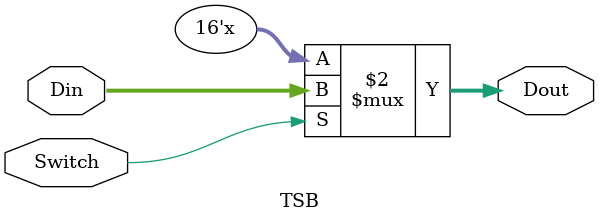
<source format=sv>
module TSB(	input logic			Switch,	// tristate buffer
				input logic	[15:0]Din,
				output logic[15:0]Dout);
				
always_comb
begin
	Dout <= 16'bZZZZZZZZZZZZZZZZ;	// set output to HiZ unless the switch tells it to let the input through
	if(Switch)
		Dout <= Din;
end

endmodule

</source>
